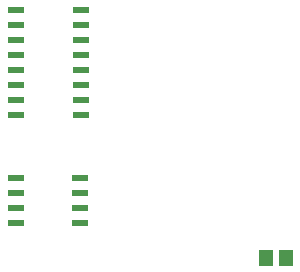
<source format=gtp>
G04*
G04 #@! TF.GenerationSoftware,Altium Limited,Altium Designer,20.0.2 (26)*
G04*
G04 Layer_Color=8421504*
%FSLAX25Y25*%
%MOIN*%
G70*
G01*
G75*
%ADD15R,0.05709X0.02362*%
%ADD16R,0.04528X0.05315*%
D15*
X243957Y315000D02*
D03*
Y310000D02*
D03*
Y320000D02*
D03*
Y300000D02*
D03*
Y305000D02*
D03*
Y295000D02*
D03*
Y290000D02*
D03*
Y285000D02*
D03*
X222500Y320000D02*
D03*
Y310000D02*
D03*
Y315000D02*
D03*
Y300000D02*
D03*
Y305000D02*
D03*
Y290000D02*
D03*
Y295000D02*
D03*
Y285000D02*
D03*
X243728Y264000D02*
D03*
Y259000D02*
D03*
Y254000D02*
D03*
Y249000D02*
D03*
X222272D02*
D03*
Y264000D02*
D03*
Y259000D02*
D03*
Y254000D02*
D03*
D16*
X312445Y237500D02*
D03*
X305555D02*
D03*
M02*

</source>
